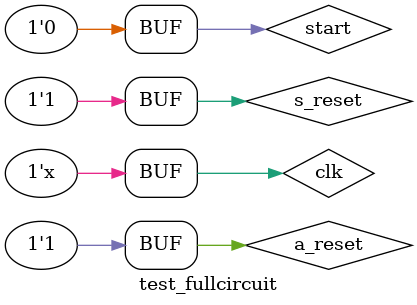
<source format=v>

module test_fullcircuit;
    reg start,a_reset,s_reset,clk;
    wire out;

  	fullcircuit c1(out,start,a_reset,s_reset,clk);  
  	
  	initial begin
    	clk=1;
    	start = 0;
    	s_reset = 1;    	
    	a_reset = 1;

    end // initial begin

    always begin
      #5 clk = ~clk;
    end





endmodule

</source>
